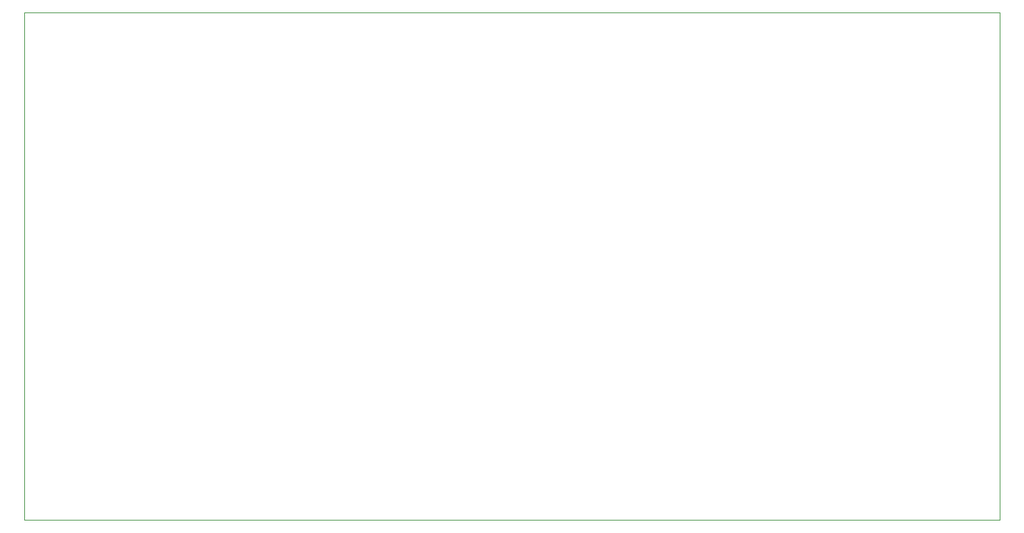
<source format=gbr>
%TF.GenerationSoftware,KiCad,Pcbnew,8.0.4*%
%TF.CreationDate,2024-07-28T18:14:58+03:00*%
%TF.ProjectId,nixie_clock,6e697869-655f-4636-9c6f-636b2e6b6963,rev?*%
%TF.SameCoordinates,Original*%
%TF.FileFunction,Profile,NP*%
%FSLAX46Y46*%
G04 Gerber Fmt 4.6, Leading zero omitted, Abs format (unit mm)*
G04 Created by KiCad (PCBNEW 8.0.4) date 2024-07-28 18:14:58*
%MOMM*%
%LPD*%
G01*
G04 APERTURE LIST*
%TA.AperFunction,Profile*%
%ADD10C,0.050000*%
%TD*%
G04 APERTURE END LIST*
D10*
X140000000Y-112000000D02*
X21000000Y-112000000D01*
X21000000Y-112000000D02*
X21000000Y-174000000D01*
X140000000Y-174000000D02*
X140000000Y-112000000D01*
X21000000Y-174000000D02*
X140000000Y-174000000D01*
M02*

</source>
